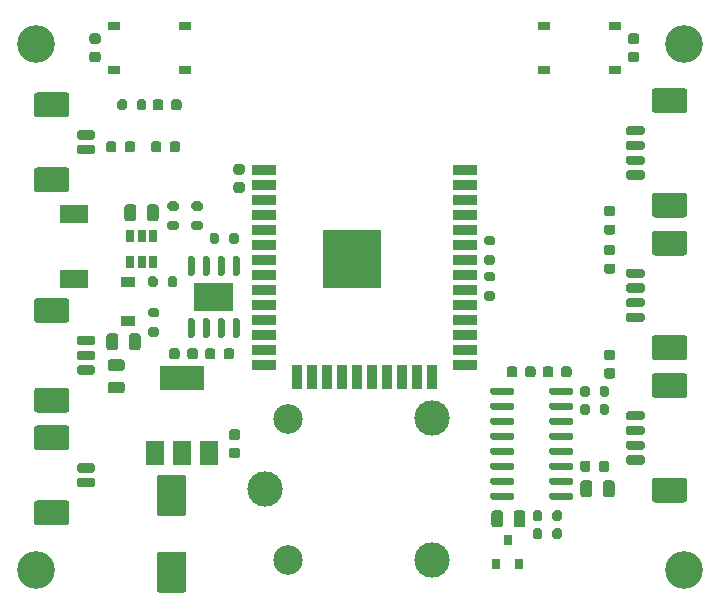
<source format=gbr>
%TF.GenerationSoftware,KiCad,Pcbnew,(5.1.12)-1*%
%TF.CreationDate,2022-08-12T23:07:16+09:00*%
%TF.ProjectId,STAC,53544143-2e6b-4696-9361-645f70636258,rev?*%
%TF.SameCoordinates,Original*%
%TF.FileFunction,Soldermask,Top*%
%TF.FilePolarity,Negative*%
%FSLAX46Y46*%
G04 Gerber Fmt 4.6, Leading zero omitted, Abs format (unit mm)*
G04 Created by KiCad (PCBNEW (5.1.12)-1) date 2022-08-12 23:07:16*
%MOMM*%
%LPD*%
G01*
G04 APERTURE LIST*
%ADD10C,0.100000*%
%ADD11R,1.200000X0.900000*%
%ADD12C,2.500000*%
%ADD13C,3.000000*%
%ADD14R,2.400000X1.500000*%
%ADD15R,1.000000X0.750000*%
%ADD16R,0.650000X1.060000*%
%ADD17R,3.800000X2.000000*%
%ADD18R,1.500000X2.000000*%
%ADD19R,5.000000X5.000000*%
%ADD20R,2.000000X0.900000*%
%ADD21R,0.900000X2.000000*%
%ADD22C,3.200000*%
%ADD23R,0.800000X0.900000*%
G04 APERTURE END LIST*
%TO.C,R11*%
G36*
G01*
X114660000Y-63291000D02*
X115210000Y-63291000D01*
G75*
G02*
X115410000Y-63491000I0J-200000D01*
G01*
X115410000Y-63891000D01*
G75*
G02*
X115210000Y-64091000I-200000J0D01*
G01*
X114660000Y-64091000D01*
G75*
G02*
X114460000Y-63891000I0J200000D01*
G01*
X114460000Y-63491000D01*
G75*
G02*
X114660000Y-63291000I200000J0D01*
G01*
G37*
G36*
G01*
X114660000Y-64941000D02*
X115210000Y-64941000D01*
G75*
G02*
X115410000Y-65141000I0J-200000D01*
G01*
X115410000Y-65541000D01*
G75*
G02*
X115210000Y-65741000I-200000J0D01*
G01*
X114660000Y-65741000D01*
G75*
G02*
X114460000Y-65541000I0J200000D01*
G01*
X114460000Y-65141000D01*
G75*
G02*
X114660000Y-64941000I200000J0D01*
G01*
G37*
%TD*%
%TO.C,R12*%
G36*
G01*
X114660000Y-67989000D02*
X115210000Y-67989000D01*
G75*
G02*
X115410000Y-68189000I0J-200000D01*
G01*
X115410000Y-68589000D01*
G75*
G02*
X115210000Y-68789000I-200000J0D01*
G01*
X114660000Y-68789000D01*
G75*
G02*
X114460000Y-68589000I0J200000D01*
G01*
X114460000Y-68189000D01*
G75*
G02*
X114660000Y-67989000I200000J0D01*
G01*
G37*
G36*
G01*
X114660000Y-66339000D02*
X115210000Y-66339000D01*
G75*
G02*
X115410000Y-66539000I0J-200000D01*
G01*
X115410000Y-66939000D01*
G75*
G02*
X115210000Y-67139000I-200000J0D01*
G01*
X114660000Y-67139000D01*
G75*
G02*
X114460000Y-66939000I0J200000D01*
G01*
X114460000Y-66539000D01*
G75*
G02*
X114660000Y-66339000I200000J0D01*
G01*
G37*
%TD*%
%TO.C,U5*%
G36*
G01*
X116991000Y-85194000D02*
X116991000Y-85494000D01*
G75*
G02*
X116841000Y-85644000I-150000J0D01*
G01*
X115141000Y-85644000D01*
G75*
G02*
X114991000Y-85494000I0J150000D01*
G01*
X114991000Y-85194000D01*
G75*
G02*
X115141000Y-85044000I150000J0D01*
G01*
X116841000Y-85044000D01*
G75*
G02*
X116991000Y-85194000I0J-150000D01*
G01*
G37*
G36*
G01*
X116991000Y-83924000D02*
X116991000Y-84224000D01*
G75*
G02*
X116841000Y-84374000I-150000J0D01*
G01*
X115141000Y-84374000D01*
G75*
G02*
X114991000Y-84224000I0J150000D01*
G01*
X114991000Y-83924000D01*
G75*
G02*
X115141000Y-83774000I150000J0D01*
G01*
X116841000Y-83774000D01*
G75*
G02*
X116991000Y-83924000I0J-150000D01*
G01*
G37*
G36*
G01*
X116991000Y-82654000D02*
X116991000Y-82954000D01*
G75*
G02*
X116841000Y-83104000I-150000J0D01*
G01*
X115141000Y-83104000D01*
G75*
G02*
X114991000Y-82954000I0J150000D01*
G01*
X114991000Y-82654000D01*
G75*
G02*
X115141000Y-82504000I150000J0D01*
G01*
X116841000Y-82504000D01*
G75*
G02*
X116991000Y-82654000I0J-150000D01*
G01*
G37*
G36*
G01*
X116991000Y-81384000D02*
X116991000Y-81684000D01*
G75*
G02*
X116841000Y-81834000I-150000J0D01*
G01*
X115141000Y-81834000D01*
G75*
G02*
X114991000Y-81684000I0J150000D01*
G01*
X114991000Y-81384000D01*
G75*
G02*
X115141000Y-81234000I150000J0D01*
G01*
X116841000Y-81234000D01*
G75*
G02*
X116991000Y-81384000I0J-150000D01*
G01*
G37*
G36*
G01*
X116991000Y-80114000D02*
X116991000Y-80414000D01*
G75*
G02*
X116841000Y-80564000I-150000J0D01*
G01*
X115141000Y-80564000D01*
G75*
G02*
X114991000Y-80414000I0J150000D01*
G01*
X114991000Y-80114000D01*
G75*
G02*
X115141000Y-79964000I150000J0D01*
G01*
X116841000Y-79964000D01*
G75*
G02*
X116991000Y-80114000I0J-150000D01*
G01*
G37*
G36*
G01*
X116991000Y-78844000D02*
X116991000Y-79144000D01*
G75*
G02*
X116841000Y-79294000I-150000J0D01*
G01*
X115141000Y-79294000D01*
G75*
G02*
X114991000Y-79144000I0J150000D01*
G01*
X114991000Y-78844000D01*
G75*
G02*
X115141000Y-78694000I150000J0D01*
G01*
X116841000Y-78694000D01*
G75*
G02*
X116991000Y-78844000I0J-150000D01*
G01*
G37*
G36*
G01*
X116991000Y-77574000D02*
X116991000Y-77874000D01*
G75*
G02*
X116841000Y-78024000I-150000J0D01*
G01*
X115141000Y-78024000D01*
G75*
G02*
X114991000Y-77874000I0J150000D01*
G01*
X114991000Y-77574000D01*
G75*
G02*
X115141000Y-77424000I150000J0D01*
G01*
X116841000Y-77424000D01*
G75*
G02*
X116991000Y-77574000I0J-150000D01*
G01*
G37*
G36*
G01*
X116991000Y-76304000D02*
X116991000Y-76604000D01*
G75*
G02*
X116841000Y-76754000I-150000J0D01*
G01*
X115141000Y-76754000D01*
G75*
G02*
X114991000Y-76604000I0J150000D01*
G01*
X114991000Y-76304000D01*
G75*
G02*
X115141000Y-76154000I150000J0D01*
G01*
X116841000Y-76154000D01*
G75*
G02*
X116991000Y-76304000I0J-150000D01*
G01*
G37*
G36*
G01*
X121991000Y-76304000D02*
X121991000Y-76604000D01*
G75*
G02*
X121841000Y-76754000I-150000J0D01*
G01*
X120141000Y-76754000D01*
G75*
G02*
X119991000Y-76604000I0J150000D01*
G01*
X119991000Y-76304000D01*
G75*
G02*
X120141000Y-76154000I150000J0D01*
G01*
X121841000Y-76154000D01*
G75*
G02*
X121991000Y-76304000I0J-150000D01*
G01*
G37*
G36*
G01*
X121991000Y-77574000D02*
X121991000Y-77874000D01*
G75*
G02*
X121841000Y-78024000I-150000J0D01*
G01*
X120141000Y-78024000D01*
G75*
G02*
X119991000Y-77874000I0J150000D01*
G01*
X119991000Y-77574000D01*
G75*
G02*
X120141000Y-77424000I150000J0D01*
G01*
X121841000Y-77424000D01*
G75*
G02*
X121991000Y-77574000I0J-150000D01*
G01*
G37*
G36*
G01*
X121991000Y-78844000D02*
X121991000Y-79144000D01*
G75*
G02*
X121841000Y-79294000I-150000J0D01*
G01*
X120141000Y-79294000D01*
G75*
G02*
X119991000Y-79144000I0J150000D01*
G01*
X119991000Y-78844000D01*
G75*
G02*
X120141000Y-78694000I150000J0D01*
G01*
X121841000Y-78694000D01*
G75*
G02*
X121991000Y-78844000I0J-150000D01*
G01*
G37*
G36*
G01*
X121991000Y-80114000D02*
X121991000Y-80414000D01*
G75*
G02*
X121841000Y-80564000I-150000J0D01*
G01*
X120141000Y-80564000D01*
G75*
G02*
X119991000Y-80414000I0J150000D01*
G01*
X119991000Y-80114000D01*
G75*
G02*
X120141000Y-79964000I150000J0D01*
G01*
X121841000Y-79964000D01*
G75*
G02*
X121991000Y-80114000I0J-150000D01*
G01*
G37*
G36*
G01*
X121991000Y-81384000D02*
X121991000Y-81684000D01*
G75*
G02*
X121841000Y-81834000I-150000J0D01*
G01*
X120141000Y-81834000D01*
G75*
G02*
X119991000Y-81684000I0J150000D01*
G01*
X119991000Y-81384000D01*
G75*
G02*
X120141000Y-81234000I150000J0D01*
G01*
X121841000Y-81234000D01*
G75*
G02*
X121991000Y-81384000I0J-150000D01*
G01*
G37*
G36*
G01*
X121991000Y-82654000D02*
X121991000Y-82954000D01*
G75*
G02*
X121841000Y-83104000I-150000J0D01*
G01*
X120141000Y-83104000D01*
G75*
G02*
X119991000Y-82954000I0J150000D01*
G01*
X119991000Y-82654000D01*
G75*
G02*
X120141000Y-82504000I150000J0D01*
G01*
X121841000Y-82504000D01*
G75*
G02*
X121991000Y-82654000I0J-150000D01*
G01*
G37*
G36*
G01*
X121991000Y-83924000D02*
X121991000Y-84224000D01*
G75*
G02*
X121841000Y-84374000I-150000J0D01*
G01*
X120141000Y-84374000D01*
G75*
G02*
X119991000Y-84224000I0J150000D01*
G01*
X119991000Y-83924000D01*
G75*
G02*
X120141000Y-83774000I150000J0D01*
G01*
X121841000Y-83774000D01*
G75*
G02*
X121991000Y-83924000I0J-150000D01*
G01*
G37*
G36*
G01*
X121991000Y-85194000D02*
X121991000Y-85494000D01*
G75*
G02*
X121841000Y-85644000I-150000J0D01*
G01*
X120141000Y-85644000D01*
G75*
G02*
X119991000Y-85494000I0J150000D01*
G01*
X119991000Y-85194000D01*
G75*
G02*
X120141000Y-85044000I150000J0D01*
G01*
X121841000Y-85044000D01*
G75*
G02*
X121991000Y-85194000I0J-150000D01*
G01*
G37*
%TD*%
%TO.C,U1*%
G36*
G01*
X93322000Y-70253000D02*
X93622000Y-70253000D01*
G75*
G02*
X93772000Y-70403000I0J-150000D01*
G01*
X93772000Y-71753000D01*
G75*
G02*
X93622000Y-71903000I-150000J0D01*
G01*
X93322000Y-71903000D01*
G75*
G02*
X93172000Y-71753000I0J150000D01*
G01*
X93172000Y-70403000D01*
G75*
G02*
X93322000Y-70253000I150000J0D01*
G01*
G37*
G36*
G01*
X92052000Y-70253000D02*
X92352000Y-70253000D01*
G75*
G02*
X92502000Y-70403000I0J-150000D01*
G01*
X92502000Y-71753000D01*
G75*
G02*
X92352000Y-71903000I-150000J0D01*
G01*
X92052000Y-71903000D01*
G75*
G02*
X91902000Y-71753000I0J150000D01*
G01*
X91902000Y-70403000D01*
G75*
G02*
X92052000Y-70253000I150000J0D01*
G01*
G37*
G36*
G01*
X90782000Y-70253000D02*
X91082000Y-70253000D01*
G75*
G02*
X91232000Y-70403000I0J-150000D01*
G01*
X91232000Y-71753000D01*
G75*
G02*
X91082000Y-71903000I-150000J0D01*
G01*
X90782000Y-71903000D01*
G75*
G02*
X90632000Y-71753000I0J150000D01*
G01*
X90632000Y-70403000D01*
G75*
G02*
X90782000Y-70253000I150000J0D01*
G01*
G37*
G36*
G01*
X89512000Y-70253000D02*
X89812000Y-70253000D01*
G75*
G02*
X89962000Y-70403000I0J-150000D01*
G01*
X89962000Y-71753000D01*
G75*
G02*
X89812000Y-71903000I-150000J0D01*
G01*
X89512000Y-71903000D01*
G75*
G02*
X89362000Y-71753000I0J150000D01*
G01*
X89362000Y-70403000D01*
G75*
G02*
X89512000Y-70253000I150000J0D01*
G01*
G37*
G36*
G01*
X89512000Y-65003000D02*
X89812000Y-65003000D01*
G75*
G02*
X89962000Y-65153000I0J-150000D01*
G01*
X89962000Y-66503000D01*
G75*
G02*
X89812000Y-66653000I-150000J0D01*
G01*
X89512000Y-66653000D01*
G75*
G02*
X89362000Y-66503000I0J150000D01*
G01*
X89362000Y-65153000D01*
G75*
G02*
X89512000Y-65003000I150000J0D01*
G01*
G37*
G36*
G01*
X90782000Y-65003000D02*
X91082000Y-65003000D01*
G75*
G02*
X91232000Y-65153000I0J-150000D01*
G01*
X91232000Y-66503000D01*
G75*
G02*
X91082000Y-66653000I-150000J0D01*
G01*
X90782000Y-66653000D01*
G75*
G02*
X90632000Y-66503000I0J150000D01*
G01*
X90632000Y-65153000D01*
G75*
G02*
X90782000Y-65003000I150000J0D01*
G01*
G37*
G36*
G01*
X92052000Y-65003000D02*
X92352000Y-65003000D01*
G75*
G02*
X92502000Y-65153000I0J-150000D01*
G01*
X92502000Y-66503000D01*
G75*
G02*
X92352000Y-66653000I-150000J0D01*
G01*
X92052000Y-66653000D01*
G75*
G02*
X91902000Y-66503000I0J150000D01*
G01*
X91902000Y-65153000D01*
G75*
G02*
X92052000Y-65003000I150000J0D01*
G01*
G37*
G36*
G01*
X93322000Y-65003000D02*
X93622000Y-65003000D01*
G75*
G02*
X93772000Y-65153000I0J-150000D01*
G01*
X93772000Y-66503000D01*
G75*
G02*
X93622000Y-66653000I-150000J0D01*
G01*
X93322000Y-66653000D01*
G75*
G02*
X93172000Y-66503000I0J150000D01*
G01*
X93172000Y-65153000D01*
G75*
G02*
X93322000Y-65003000I150000J0D01*
G01*
G37*
D10*
G36*
X89917000Y-67253000D02*
G01*
X93217000Y-67253000D01*
X93217000Y-69653000D01*
X89917000Y-69653000D01*
X89917000Y-67253000D01*
G37*
%TD*%
%TO.C,C1*%
G36*
G01*
X84021000Y-61816000D02*
X84021000Y-60866000D01*
G75*
G02*
X84271000Y-60616000I250000J0D01*
G01*
X84771000Y-60616000D01*
G75*
G02*
X85021000Y-60866000I0J-250000D01*
G01*
X85021000Y-61816000D01*
G75*
G02*
X84771000Y-62066000I-250000J0D01*
G01*
X84271000Y-62066000D01*
G75*
G02*
X84021000Y-61816000I0J250000D01*
G01*
G37*
G36*
G01*
X85921000Y-61816000D02*
X85921000Y-60866000D01*
G75*
G02*
X86171000Y-60616000I250000J0D01*
G01*
X86671000Y-60616000D01*
G75*
G02*
X86921000Y-60866000I0J-250000D01*
G01*
X86921000Y-61816000D01*
G75*
G02*
X86671000Y-62066000I-250000J0D01*
G01*
X86171000Y-62066000D01*
G75*
G02*
X85921000Y-61816000I0J250000D01*
G01*
G37*
%TD*%
%TO.C,C2*%
G36*
G01*
X87011000Y-83519000D02*
X89011000Y-83519000D01*
G75*
G02*
X89261000Y-83769000I0J-250000D01*
G01*
X89261000Y-86769000D01*
G75*
G02*
X89011000Y-87019000I-250000J0D01*
G01*
X87011000Y-87019000D01*
G75*
G02*
X86761000Y-86769000I0J250000D01*
G01*
X86761000Y-83769000D01*
G75*
G02*
X87011000Y-83519000I250000J0D01*
G01*
G37*
G36*
G01*
X87011000Y-90019000D02*
X89011000Y-90019000D01*
G75*
G02*
X89261000Y-90269000I0J-250000D01*
G01*
X89261000Y-93269000D01*
G75*
G02*
X89011000Y-93519000I-250000J0D01*
G01*
X87011000Y-93519000D01*
G75*
G02*
X86761000Y-93269000I0J250000D01*
G01*
X86761000Y-90269000D01*
G75*
G02*
X87011000Y-90019000I250000J0D01*
G01*
G37*
%TD*%
%TO.C,C3*%
G36*
G01*
X83497000Y-71788000D02*
X83497000Y-72738000D01*
G75*
G02*
X83247000Y-72988000I-250000J0D01*
G01*
X82747000Y-72988000D01*
G75*
G02*
X82497000Y-72738000I0J250000D01*
G01*
X82497000Y-71788000D01*
G75*
G02*
X82747000Y-71538000I250000J0D01*
G01*
X83247000Y-71538000D01*
G75*
G02*
X83497000Y-71788000I0J-250000D01*
G01*
G37*
G36*
G01*
X85397000Y-71788000D02*
X85397000Y-72738000D01*
G75*
G02*
X85147000Y-72988000I-250000J0D01*
G01*
X84647000Y-72988000D01*
G75*
G02*
X84397000Y-72738000I0J250000D01*
G01*
X84397000Y-71788000D01*
G75*
G02*
X84647000Y-71538000I250000J0D01*
G01*
X85147000Y-71538000D01*
G75*
G02*
X85397000Y-71788000I0J-250000D01*
G01*
G37*
%TD*%
%TO.C,C4*%
G36*
G01*
X125345000Y-75380000D02*
X124845000Y-75380000D01*
G75*
G02*
X124620000Y-75155000I0J225000D01*
G01*
X124620000Y-74705000D01*
G75*
G02*
X124845000Y-74480000I225000J0D01*
G01*
X125345000Y-74480000D01*
G75*
G02*
X125570000Y-74705000I0J-225000D01*
G01*
X125570000Y-75155000D01*
G75*
G02*
X125345000Y-75380000I-225000J0D01*
G01*
G37*
G36*
G01*
X125345000Y-73830000D02*
X124845000Y-73830000D01*
G75*
G02*
X124620000Y-73605000I0J225000D01*
G01*
X124620000Y-73155000D01*
G75*
G02*
X124845000Y-72930000I225000J0D01*
G01*
X125345000Y-72930000D01*
G75*
G02*
X125570000Y-73155000I0J-225000D01*
G01*
X125570000Y-73605000D01*
G75*
G02*
X125345000Y-73830000I-225000J0D01*
G01*
G37*
%TD*%
%TO.C,C5*%
G36*
G01*
X93595000Y-82124000D02*
X93095000Y-82124000D01*
G75*
G02*
X92870000Y-81899000I0J225000D01*
G01*
X92870000Y-81449000D01*
G75*
G02*
X93095000Y-81224000I225000J0D01*
G01*
X93595000Y-81224000D01*
G75*
G02*
X93820000Y-81449000I0J-225000D01*
G01*
X93820000Y-81899000D01*
G75*
G02*
X93595000Y-82124000I-225000J0D01*
G01*
G37*
G36*
G01*
X93595000Y-80574000D02*
X93095000Y-80574000D01*
G75*
G02*
X92870000Y-80349000I0J225000D01*
G01*
X92870000Y-79899000D01*
G75*
G02*
X93095000Y-79674000I225000J0D01*
G01*
X93595000Y-79674000D01*
G75*
G02*
X93820000Y-79899000I0J-225000D01*
G01*
X93820000Y-80349000D01*
G75*
G02*
X93595000Y-80574000I-225000J0D01*
G01*
G37*
%TD*%
%TO.C,C6*%
G36*
G01*
X123629000Y-84234000D02*
X123629000Y-85184000D01*
G75*
G02*
X123379000Y-85434000I-250000J0D01*
G01*
X122879000Y-85434000D01*
G75*
G02*
X122629000Y-85184000I0J250000D01*
G01*
X122629000Y-84234000D01*
G75*
G02*
X122879000Y-83984000I250000J0D01*
G01*
X123379000Y-83984000D01*
G75*
G02*
X123629000Y-84234000I0J-250000D01*
G01*
G37*
G36*
G01*
X125529000Y-84234000D02*
X125529000Y-85184000D01*
G75*
G02*
X125279000Y-85434000I-250000J0D01*
G01*
X124779000Y-85434000D01*
G75*
G02*
X124529000Y-85184000I0J250000D01*
G01*
X124529000Y-84234000D01*
G75*
G02*
X124779000Y-83984000I250000J0D01*
G01*
X125279000Y-83984000D01*
G75*
G02*
X125529000Y-84234000I0J-250000D01*
G01*
G37*
%TD*%
%TO.C,C7*%
G36*
G01*
X86405000Y-52447000D02*
X86405000Y-51947000D01*
G75*
G02*
X86630000Y-51722000I225000J0D01*
G01*
X87080000Y-51722000D01*
G75*
G02*
X87305000Y-51947000I0J-225000D01*
G01*
X87305000Y-52447000D01*
G75*
G02*
X87080000Y-52672000I-225000J0D01*
G01*
X86630000Y-52672000D01*
G75*
G02*
X86405000Y-52447000I0J225000D01*
G01*
G37*
G36*
G01*
X87955000Y-52447000D02*
X87955000Y-51947000D01*
G75*
G02*
X88180000Y-51722000I225000J0D01*
G01*
X88630000Y-51722000D01*
G75*
G02*
X88855000Y-51947000I0J-225000D01*
G01*
X88855000Y-52447000D01*
G75*
G02*
X88630000Y-52672000I-225000J0D01*
G01*
X88180000Y-52672000D01*
G75*
G02*
X87955000Y-52447000I0J225000D01*
G01*
G37*
%TD*%
%TO.C,C8*%
G36*
G01*
X88689000Y-73029000D02*
X88689000Y-73529000D01*
G75*
G02*
X88464000Y-73754000I-225000J0D01*
G01*
X88014000Y-73754000D01*
G75*
G02*
X87789000Y-73529000I0J225000D01*
G01*
X87789000Y-73029000D01*
G75*
G02*
X88014000Y-72804000I225000J0D01*
G01*
X88464000Y-72804000D01*
G75*
G02*
X88689000Y-73029000I0J-225000D01*
G01*
G37*
G36*
G01*
X90239000Y-73029000D02*
X90239000Y-73529000D01*
G75*
G02*
X90014000Y-73754000I-225000J0D01*
G01*
X89564000Y-73754000D01*
G75*
G02*
X89339000Y-73529000I0J225000D01*
G01*
X89339000Y-73029000D01*
G75*
G02*
X89564000Y-72804000I225000J0D01*
G01*
X90014000Y-72804000D01*
G75*
G02*
X90239000Y-73029000I0J-225000D01*
G01*
G37*
%TD*%
%TO.C,C9*%
G36*
G01*
X116377000Y-75053000D02*
X116377000Y-74553000D01*
G75*
G02*
X116602000Y-74328000I225000J0D01*
G01*
X117052000Y-74328000D01*
G75*
G02*
X117277000Y-74553000I0J-225000D01*
G01*
X117277000Y-75053000D01*
G75*
G02*
X117052000Y-75278000I-225000J0D01*
G01*
X116602000Y-75278000D01*
G75*
G02*
X116377000Y-75053000I0J225000D01*
G01*
G37*
G36*
G01*
X117927000Y-75053000D02*
X117927000Y-74553000D01*
G75*
G02*
X118152000Y-74328000I225000J0D01*
G01*
X118602000Y-74328000D01*
G75*
G02*
X118827000Y-74553000I0J-225000D01*
G01*
X118827000Y-75053000D01*
G75*
G02*
X118602000Y-75278000I-225000J0D01*
G01*
X118152000Y-75278000D01*
G75*
G02*
X117927000Y-75053000I0J225000D01*
G01*
G37*
%TD*%
%TO.C,C10*%
G36*
G01*
X120975000Y-75053000D02*
X120975000Y-74553000D01*
G75*
G02*
X121200000Y-74328000I225000J0D01*
G01*
X121650000Y-74328000D01*
G75*
G02*
X121875000Y-74553000I0J-225000D01*
G01*
X121875000Y-75053000D01*
G75*
G02*
X121650000Y-75278000I-225000J0D01*
G01*
X121200000Y-75278000D01*
G75*
G02*
X120975000Y-75053000I0J225000D01*
G01*
G37*
G36*
G01*
X119425000Y-75053000D02*
X119425000Y-74553000D01*
G75*
G02*
X119650000Y-74328000I225000J0D01*
G01*
X120100000Y-74328000D01*
G75*
G02*
X120325000Y-74553000I0J-225000D01*
G01*
X120325000Y-75053000D01*
G75*
G02*
X120100000Y-75278000I-225000J0D01*
G01*
X119650000Y-75278000D01*
G75*
G02*
X119425000Y-75053000I0J225000D01*
G01*
G37*
%TD*%
%TO.C,C11*%
G36*
G01*
X93476000Y-58745000D02*
X93976000Y-58745000D01*
G75*
G02*
X94201000Y-58970000I0J-225000D01*
G01*
X94201000Y-59420000D01*
G75*
G02*
X93976000Y-59645000I-225000J0D01*
G01*
X93476000Y-59645000D01*
G75*
G02*
X93251000Y-59420000I0J225000D01*
G01*
X93251000Y-58970000D01*
G75*
G02*
X93476000Y-58745000I225000J0D01*
G01*
G37*
G36*
G01*
X93476000Y-57195000D02*
X93976000Y-57195000D01*
G75*
G02*
X94201000Y-57420000I0J-225000D01*
G01*
X94201000Y-57870000D01*
G75*
G02*
X93976000Y-58095000I-225000J0D01*
G01*
X93476000Y-58095000D01*
G75*
G02*
X93251000Y-57870000I0J225000D01*
G01*
X93251000Y-57420000D01*
G75*
G02*
X93476000Y-57195000I225000J0D01*
G01*
G37*
%TD*%
%TO.C,C12*%
G36*
G01*
X115070000Y-87724000D02*
X115070000Y-86774000D01*
G75*
G02*
X115320000Y-86524000I250000J0D01*
G01*
X115820000Y-86524000D01*
G75*
G02*
X116070000Y-86774000I0J-250000D01*
G01*
X116070000Y-87724000D01*
G75*
G02*
X115820000Y-87974000I-250000J0D01*
G01*
X115320000Y-87974000D01*
G75*
G02*
X115070000Y-87724000I0J250000D01*
G01*
G37*
G36*
G01*
X116970000Y-87724000D02*
X116970000Y-86774000D01*
G75*
G02*
X117220000Y-86524000I250000J0D01*
G01*
X117720000Y-86524000D01*
G75*
G02*
X117970000Y-86774000I0J-250000D01*
G01*
X117970000Y-87724000D01*
G75*
G02*
X117720000Y-87974000I-250000J0D01*
G01*
X117220000Y-87974000D01*
G75*
G02*
X116970000Y-87724000I0J250000D01*
G01*
G37*
%TD*%
D11*
%TO.C,D1*%
X84328000Y-70484000D03*
X84328000Y-67184000D03*
%TD*%
%TO.C,D2*%
G36*
G01*
X87153000Y-55496750D02*
X87153000Y-56009250D01*
G75*
G02*
X86934250Y-56228000I-218750J0D01*
G01*
X86496750Y-56228000D01*
G75*
G02*
X86278000Y-56009250I0J218750D01*
G01*
X86278000Y-55496750D01*
G75*
G02*
X86496750Y-55278000I218750J0D01*
G01*
X86934250Y-55278000D01*
G75*
G02*
X87153000Y-55496750I0J-218750D01*
G01*
G37*
G36*
G01*
X88728000Y-55496750D02*
X88728000Y-56009250D01*
G75*
G02*
X88509250Y-56228000I-218750J0D01*
G01*
X88071750Y-56228000D01*
G75*
G02*
X87853000Y-56009250I0J218750D01*
G01*
X87853000Y-55496750D01*
G75*
G02*
X88071750Y-55278000I218750J0D01*
G01*
X88509250Y-55278000D01*
G75*
G02*
X88728000Y-55496750I0J-218750D01*
G01*
G37*
%TD*%
%TO.C,D3*%
G36*
G01*
X83343000Y-55496750D02*
X83343000Y-56009250D01*
G75*
G02*
X83124250Y-56228000I-218750J0D01*
G01*
X82686750Y-56228000D01*
G75*
G02*
X82468000Y-56009250I0J218750D01*
G01*
X82468000Y-55496750D01*
G75*
G02*
X82686750Y-55278000I218750J0D01*
G01*
X83124250Y-55278000D01*
G75*
G02*
X83343000Y-55496750I0J-218750D01*
G01*
G37*
G36*
G01*
X84918000Y-55496750D02*
X84918000Y-56009250D01*
G75*
G02*
X84699250Y-56228000I-218750J0D01*
G01*
X84261750Y-56228000D01*
G75*
G02*
X84043000Y-56009250I0J218750D01*
G01*
X84043000Y-55496750D01*
G75*
G02*
X84261750Y-55278000I218750J0D01*
G01*
X84699250Y-55278000D01*
G75*
G02*
X84918000Y-55496750I0J-218750D01*
G01*
G37*
%TD*%
%TO.C,D4*%
G36*
G01*
X93300000Y-73022750D02*
X93300000Y-73535250D01*
G75*
G02*
X93081250Y-73754000I-218750J0D01*
G01*
X92643750Y-73754000D01*
G75*
G02*
X92425000Y-73535250I0J218750D01*
G01*
X92425000Y-73022750D01*
G75*
G02*
X92643750Y-72804000I218750J0D01*
G01*
X93081250Y-72804000D01*
G75*
G02*
X93300000Y-73022750I0J-218750D01*
G01*
G37*
G36*
G01*
X91725000Y-73022750D02*
X91725000Y-73535250D01*
G75*
G02*
X91506250Y-73754000I-218750J0D01*
G01*
X91068750Y-73754000D01*
G75*
G02*
X90850000Y-73535250I0J218750D01*
G01*
X90850000Y-73022750D01*
G75*
G02*
X91068750Y-72804000I218750J0D01*
G01*
X91506250Y-72804000D01*
G75*
G02*
X91725000Y-73022750I0J-218750D01*
G01*
G37*
%TD*%
%TO.C,J1*%
G36*
G01*
X76608999Y-57497000D02*
X79109001Y-57497000D01*
G75*
G02*
X79359000Y-57746999I0J-249999D01*
G01*
X79359000Y-59347001D01*
G75*
G02*
X79109001Y-59597000I-249999J0D01*
G01*
X76608999Y-59597000D01*
G75*
G02*
X76359000Y-59347001I0J249999D01*
G01*
X76359000Y-57746999D01*
G75*
G02*
X76608999Y-57497000I249999J0D01*
G01*
G37*
G36*
G01*
X76608999Y-51147000D02*
X79109001Y-51147000D01*
G75*
G02*
X79359000Y-51396999I0J-249999D01*
G01*
X79359000Y-52997001D01*
G75*
G02*
X79109001Y-53247000I-249999J0D01*
G01*
X76608999Y-53247000D01*
G75*
G02*
X76359000Y-52997001I0J249999D01*
G01*
X76359000Y-51396999D01*
G75*
G02*
X76608999Y-51147000I249999J0D01*
G01*
G37*
G36*
G01*
X80159000Y-55597000D02*
X81359000Y-55597000D01*
G75*
G02*
X81559000Y-55797000I0J-200000D01*
G01*
X81559000Y-56197000D01*
G75*
G02*
X81359000Y-56397000I-200000J0D01*
G01*
X80159000Y-56397000D01*
G75*
G02*
X79959000Y-56197000I0J200000D01*
G01*
X79959000Y-55797000D01*
G75*
G02*
X80159000Y-55597000I200000J0D01*
G01*
G37*
G36*
G01*
X80159000Y-54347000D02*
X81359000Y-54347000D01*
G75*
G02*
X81559000Y-54547000I0J-200000D01*
G01*
X81559000Y-54947000D01*
G75*
G02*
X81359000Y-55147000I-200000J0D01*
G01*
X80159000Y-55147000D01*
G75*
G02*
X79959000Y-54947000I0J200000D01*
G01*
X79959000Y-54547000D01*
G75*
G02*
X80159000Y-54347000I200000J0D01*
G01*
G37*
%TD*%
%TO.C,J2*%
G36*
G01*
X80159000Y-82541000D02*
X81359000Y-82541000D01*
G75*
G02*
X81559000Y-82741000I0J-200000D01*
G01*
X81559000Y-83141000D01*
G75*
G02*
X81359000Y-83341000I-200000J0D01*
G01*
X80159000Y-83341000D01*
G75*
G02*
X79959000Y-83141000I0J200000D01*
G01*
X79959000Y-82741000D01*
G75*
G02*
X80159000Y-82541000I200000J0D01*
G01*
G37*
G36*
G01*
X80159000Y-83791000D02*
X81359000Y-83791000D01*
G75*
G02*
X81559000Y-83991000I0J-200000D01*
G01*
X81559000Y-84391000D01*
G75*
G02*
X81359000Y-84591000I-200000J0D01*
G01*
X80159000Y-84591000D01*
G75*
G02*
X79959000Y-84391000I0J200000D01*
G01*
X79959000Y-83991000D01*
G75*
G02*
X80159000Y-83791000I200000J0D01*
G01*
G37*
G36*
G01*
X76608999Y-79341000D02*
X79109001Y-79341000D01*
G75*
G02*
X79359000Y-79590999I0J-249999D01*
G01*
X79359000Y-81191001D01*
G75*
G02*
X79109001Y-81441000I-249999J0D01*
G01*
X76608999Y-81441000D01*
G75*
G02*
X76359000Y-81191001I0J249999D01*
G01*
X76359000Y-79590999D01*
G75*
G02*
X76608999Y-79341000I249999J0D01*
G01*
G37*
G36*
G01*
X76608999Y-85691000D02*
X79109001Y-85691000D01*
G75*
G02*
X79359000Y-85940999I0J-249999D01*
G01*
X79359000Y-87541001D01*
G75*
G02*
X79109001Y-87791000I-249999J0D01*
G01*
X76608999Y-87791000D01*
G75*
G02*
X76359000Y-87541001I0J249999D01*
G01*
X76359000Y-85940999D01*
G75*
G02*
X76608999Y-85691000I249999J0D01*
G01*
G37*
%TD*%
%TO.C,J3*%
G36*
G01*
X131417001Y-77016000D02*
X128916999Y-77016000D01*
G75*
G02*
X128667000Y-76766001I0J249999D01*
G01*
X128667000Y-75165999D01*
G75*
G02*
X128916999Y-74916000I249999J0D01*
G01*
X131417001Y-74916000D01*
G75*
G02*
X131667000Y-75165999I0J-249999D01*
G01*
X131667000Y-76766001D01*
G75*
G02*
X131417001Y-77016000I-249999J0D01*
G01*
G37*
G36*
G01*
X131417001Y-85866000D02*
X128916999Y-85866000D01*
G75*
G02*
X128667000Y-85616001I0J249999D01*
G01*
X128667000Y-84015999D01*
G75*
G02*
X128916999Y-83766000I249999J0D01*
G01*
X131417001Y-83766000D01*
G75*
G02*
X131667000Y-84015999I0J-249999D01*
G01*
X131667000Y-85616001D01*
G75*
G02*
X131417001Y-85866000I-249999J0D01*
G01*
G37*
G36*
G01*
X127867000Y-78916000D02*
X126667000Y-78916000D01*
G75*
G02*
X126467000Y-78716000I0J200000D01*
G01*
X126467000Y-78316000D01*
G75*
G02*
X126667000Y-78116000I200000J0D01*
G01*
X127867000Y-78116000D01*
G75*
G02*
X128067000Y-78316000I0J-200000D01*
G01*
X128067000Y-78716000D01*
G75*
G02*
X127867000Y-78916000I-200000J0D01*
G01*
G37*
G36*
G01*
X127867000Y-80166000D02*
X126667000Y-80166000D01*
G75*
G02*
X126467000Y-79966000I0J200000D01*
G01*
X126467000Y-79566000D01*
G75*
G02*
X126667000Y-79366000I200000J0D01*
G01*
X127867000Y-79366000D01*
G75*
G02*
X128067000Y-79566000I0J-200000D01*
G01*
X128067000Y-79966000D01*
G75*
G02*
X127867000Y-80166000I-200000J0D01*
G01*
G37*
G36*
G01*
X127867000Y-81416000D02*
X126667000Y-81416000D01*
G75*
G02*
X126467000Y-81216000I0J200000D01*
G01*
X126467000Y-80816000D01*
G75*
G02*
X126667000Y-80616000I200000J0D01*
G01*
X127867000Y-80616000D01*
G75*
G02*
X128067000Y-80816000I0J-200000D01*
G01*
X128067000Y-81216000D01*
G75*
G02*
X127867000Y-81416000I-200000J0D01*
G01*
G37*
G36*
G01*
X127867000Y-82666000D02*
X126667000Y-82666000D01*
G75*
G02*
X126467000Y-82466000I0J200000D01*
G01*
X126467000Y-82066000D01*
G75*
G02*
X126667000Y-81866000I200000J0D01*
G01*
X127867000Y-81866000D01*
G75*
G02*
X128067000Y-82066000I0J-200000D01*
G01*
X128067000Y-82466000D01*
G75*
G02*
X127867000Y-82666000I-200000J0D01*
G01*
G37*
%TD*%
%TO.C,J4*%
G36*
G01*
X127867000Y-58536000D02*
X126667000Y-58536000D01*
G75*
G02*
X126467000Y-58336000I0J200000D01*
G01*
X126467000Y-57936000D01*
G75*
G02*
X126667000Y-57736000I200000J0D01*
G01*
X127867000Y-57736000D01*
G75*
G02*
X128067000Y-57936000I0J-200000D01*
G01*
X128067000Y-58336000D01*
G75*
G02*
X127867000Y-58536000I-200000J0D01*
G01*
G37*
G36*
G01*
X127867000Y-57286000D02*
X126667000Y-57286000D01*
G75*
G02*
X126467000Y-57086000I0J200000D01*
G01*
X126467000Y-56686000D01*
G75*
G02*
X126667000Y-56486000I200000J0D01*
G01*
X127867000Y-56486000D01*
G75*
G02*
X128067000Y-56686000I0J-200000D01*
G01*
X128067000Y-57086000D01*
G75*
G02*
X127867000Y-57286000I-200000J0D01*
G01*
G37*
G36*
G01*
X127867000Y-56036000D02*
X126667000Y-56036000D01*
G75*
G02*
X126467000Y-55836000I0J200000D01*
G01*
X126467000Y-55436000D01*
G75*
G02*
X126667000Y-55236000I200000J0D01*
G01*
X127867000Y-55236000D01*
G75*
G02*
X128067000Y-55436000I0J-200000D01*
G01*
X128067000Y-55836000D01*
G75*
G02*
X127867000Y-56036000I-200000J0D01*
G01*
G37*
G36*
G01*
X127867000Y-54786000D02*
X126667000Y-54786000D01*
G75*
G02*
X126467000Y-54586000I0J200000D01*
G01*
X126467000Y-54186000D01*
G75*
G02*
X126667000Y-53986000I200000J0D01*
G01*
X127867000Y-53986000D01*
G75*
G02*
X128067000Y-54186000I0J-200000D01*
G01*
X128067000Y-54586000D01*
G75*
G02*
X127867000Y-54786000I-200000J0D01*
G01*
G37*
G36*
G01*
X131417001Y-61736000D02*
X128916999Y-61736000D01*
G75*
G02*
X128667000Y-61486001I0J249999D01*
G01*
X128667000Y-59885999D01*
G75*
G02*
X128916999Y-59636000I249999J0D01*
G01*
X131417001Y-59636000D01*
G75*
G02*
X131667000Y-59885999I0J-249999D01*
G01*
X131667000Y-61486001D01*
G75*
G02*
X131417001Y-61736000I-249999J0D01*
G01*
G37*
G36*
G01*
X131417001Y-52886000D02*
X128916999Y-52886000D01*
G75*
G02*
X128667000Y-52636001I0J249999D01*
G01*
X128667000Y-51035999D01*
G75*
G02*
X128916999Y-50786000I249999J0D01*
G01*
X131417001Y-50786000D01*
G75*
G02*
X131667000Y-51035999I0J-249999D01*
G01*
X131667000Y-52636001D01*
G75*
G02*
X131417001Y-52886000I-249999J0D01*
G01*
G37*
%TD*%
%TO.C,J5*%
G36*
G01*
X127867000Y-70601000D02*
X126667000Y-70601000D01*
G75*
G02*
X126467000Y-70401000I0J200000D01*
G01*
X126467000Y-70001000D01*
G75*
G02*
X126667000Y-69801000I200000J0D01*
G01*
X127867000Y-69801000D01*
G75*
G02*
X128067000Y-70001000I0J-200000D01*
G01*
X128067000Y-70401000D01*
G75*
G02*
X127867000Y-70601000I-200000J0D01*
G01*
G37*
G36*
G01*
X127867000Y-69351000D02*
X126667000Y-69351000D01*
G75*
G02*
X126467000Y-69151000I0J200000D01*
G01*
X126467000Y-68751000D01*
G75*
G02*
X126667000Y-68551000I200000J0D01*
G01*
X127867000Y-68551000D01*
G75*
G02*
X128067000Y-68751000I0J-200000D01*
G01*
X128067000Y-69151000D01*
G75*
G02*
X127867000Y-69351000I-200000J0D01*
G01*
G37*
G36*
G01*
X127867000Y-68101000D02*
X126667000Y-68101000D01*
G75*
G02*
X126467000Y-67901000I0J200000D01*
G01*
X126467000Y-67501000D01*
G75*
G02*
X126667000Y-67301000I200000J0D01*
G01*
X127867000Y-67301000D01*
G75*
G02*
X128067000Y-67501000I0J-200000D01*
G01*
X128067000Y-67901000D01*
G75*
G02*
X127867000Y-68101000I-200000J0D01*
G01*
G37*
G36*
G01*
X127867000Y-66851000D02*
X126667000Y-66851000D01*
G75*
G02*
X126467000Y-66651000I0J200000D01*
G01*
X126467000Y-66251000D01*
G75*
G02*
X126667000Y-66051000I200000J0D01*
G01*
X127867000Y-66051000D01*
G75*
G02*
X128067000Y-66251000I0J-200000D01*
G01*
X128067000Y-66651000D01*
G75*
G02*
X127867000Y-66851000I-200000J0D01*
G01*
G37*
G36*
G01*
X131417001Y-73801000D02*
X128916999Y-73801000D01*
G75*
G02*
X128667000Y-73551001I0J249999D01*
G01*
X128667000Y-71950999D01*
G75*
G02*
X128916999Y-71701000I249999J0D01*
G01*
X131417001Y-71701000D01*
G75*
G02*
X131667000Y-71950999I0J-249999D01*
G01*
X131667000Y-73551001D01*
G75*
G02*
X131417001Y-73801000I-249999J0D01*
G01*
G37*
G36*
G01*
X131417001Y-64951000D02*
X128916999Y-64951000D01*
G75*
G02*
X128667000Y-64701001I0J249999D01*
G01*
X128667000Y-63100999D01*
G75*
G02*
X128916999Y-62851000I249999J0D01*
G01*
X131417001Y-62851000D01*
G75*
G02*
X131667000Y-63100999I0J-249999D01*
G01*
X131667000Y-64701001D01*
G75*
G02*
X131417001Y-64951000I-249999J0D01*
G01*
G37*
%TD*%
D12*
%TO.C,K1*%
X97835000Y-90759000D03*
D13*
X110035000Y-90759000D03*
X110085000Y-78709000D03*
D12*
X97835000Y-78759000D03*
D13*
X95885000Y-84709000D03*
%TD*%
D14*
%TO.C,L1*%
X79756000Y-61429000D03*
X79756000Y-66929000D03*
%TD*%
%TO.C,L2*%
G36*
G01*
X125050000Y-82547750D02*
X125050000Y-83060250D01*
G75*
G02*
X124831250Y-83279000I-218750J0D01*
G01*
X124393750Y-83279000D01*
G75*
G02*
X124175000Y-83060250I0J218750D01*
G01*
X124175000Y-82547750D01*
G75*
G02*
X124393750Y-82329000I218750J0D01*
G01*
X124831250Y-82329000D01*
G75*
G02*
X125050000Y-82547750I0J-218750D01*
G01*
G37*
G36*
G01*
X123475000Y-82547750D02*
X123475000Y-83060250D01*
G75*
G02*
X123256250Y-83279000I-218750J0D01*
G01*
X122818750Y-83279000D01*
G75*
G02*
X122600000Y-83060250I0J218750D01*
G01*
X122600000Y-82547750D01*
G75*
G02*
X122818750Y-82329000I218750J0D01*
G01*
X123256250Y-82329000D01*
G75*
G02*
X123475000Y-82547750I0J-218750D01*
G01*
G37*
%TD*%
%TO.C,R1*%
G36*
G01*
X92881000Y-63775000D02*
X92881000Y-63225000D01*
G75*
G02*
X93081000Y-63025000I200000J0D01*
G01*
X93481000Y-63025000D01*
G75*
G02*
X93681000Y-63225000I0J-200000D01*
G01*
X93681000Y-63775000D01*
G75*
G02*
X93481000Y-63975000I-200000J0D01*
G01*
X93081000Y-63975000D01*
G75*
G02*
X92881000Y-63775000I0J200000D01*
G01*
G37*
G36*
G01*
X91231000Y-63775000D02*
X91231000Y-63225000D01*
G75*
G02*
X91431000Y-63025000I200000J0D01*
G01*
X91831000Y-63025000D01*
G75*
G02*
X92031000Y-63225000I0J-200000D01*
G01*
X92031000Y-63775000D01*
G75*
G02*
X91831000Y-63975000I-200000J0D01*
G01*
X91431000Y-63975000D01*
G75*
G02*
X91231000Y-63775000I0J200000D01*
G01*
G37*
%TD*%
%TO.C,R2*%
G36*
G01*
X86762000Y-71837000D02*
X86212000Y-71837000D01*
G75*
G02*
X86012000Y-71637000I0J200000D01*
G01*
X86012000Y-71237000D01*
G75*
G02*
X86212000Y-71037000I200000J0D01*
G01*
X86762000Y-71037000D01*
G75*
G02*
X86962000Y-71237000I0J-200000D01*
G01*
X86962000Y-71637000D01*
G75*
G02*
X86762000Y-71837000I-200000J0D01*
G01*
G37*
G36*
G01*
X86762000Y-70187000D02*
X86212000Y-70187000D01*
G75*
G02*
X86012000Y-69987000I0J200000D01*
G01*
X86012000Y-69587000D01*
G75*
G02*
X86212000Y-69387000I200000J0D01*
G01*
X86762000Y-69387000D01*
G75*
G02*
X86962000Y-69587000I0J-200000D01*
G01*
X86962000Y-69987000D01*
G75*
G02*
X86762000Y-70187000I-200000J0D01*
G01*
G37*
%TD*%
%TO.C,R3*%
G36*
G01*
X86024000Y-67458000D02*
X86024000Y-66908000D01*
G75*
G02*
X86224000Y-66708000I200000J0D01*
G01*
X86624000Y-66708000D01*
G75*
G02*
X86824000Y-66908000I0J-200000D01*
G01*
X86824000Y-67458000D01*
G75*
G02*
X86624000Y-67658000I-200000J0D01*
G01*
X86224000Y-67658000D01*
G75*
G02*
X86024000Y-67458000I0J200000D01*
G01*
G37*
G36*
G01*
X87674000Y-67458000D02*
X87674000Y-66908000D01*
G75*
G02*
X87874000Y-66708000I200000J0D01*
G01*
X88274000Y-66708000D01*
G75*
G02*
X88474000Y-66908000I0J-200000D01*
G01*
X88474000Y-67458000D01*
G75*
G02*
X88274000Y-67658000I-200000J0D01*
G01*
X87874000Y-67658000D01*
G75*
G02*
X87674000Y-67458000I0J200000D01*
G01*
G37*
%TD*%
%TO.C,R4*%
G36*
G01*
X89895000Y-60370000D02*
X90445000Y-60370000D01*
G75*
G02*
X90645000Y-60570000I0J-200000D01*
G01*
X90645000Y-60970000D01*
G75*
G02*
X90445000Y-61170000I-200000J0D01*
G01*
X89895000Y-61170000D01*
G75*
G02*
X89695000Y-60970000I0J200000D01*
G01*
X89695000Y-60570000D01*
G75*
G02*
X89895000Y-60370000I200000J0D01*
G01*
G37*
G36*
G01*
X89895000Y-62020000D02*
X90445000Y-62020000D01*
G75*
G02*
X90645000Y-62220000I0J-200000D01*
G01*
X90645000Y-62620000D01*
G75*
G02*
X90445000Y-62820000I-200000J0D01*
G01*
X89895000Y-62820000D01*
G75*
G02*
X89695000Y-62620000I0J200000D01*
G01*
X89695000Y-62220000D01*
G75*
G02*
X89895000Y-62020000I200000J0D01*
G01*
G37*
%TD*%
%TO.C,R5*%
G36*
G01*
X87863000Y-62020000D02*
X88413000Y-62020000D01*
G75*
G02*
X88613000Y-62220000I0J-200000D01*
G01*
X88613000Y-62620000D01*
G75*
G02*
X88413000Y-62820000I-200000J0D01*
G01*
X87863000Y-62820000D01*
G75*
G02*
X87663000Y-62620000I0J200000D01*
G01*
X87663000Y-62220000D01*
G75*
G02*
X87863000Y-62020000I200000J0D01*
G01*
G37*
G36*
G01*
X87863000Y-60370000D02*
X88413000Y-60370000D01*
G75*
G02*
X88613000Y-60570000I0J-200000D01*
G01*
X88613000Y-60970000D01*
G75*
G02*
X88413000Y-61170000I-200000J0D01*
G01*
X87863000Y-61170000D01*
G75*
G02*
X87663000Y-60970000I0J200000D01*
G01*
X87663000Y-60570000D01*
G75*
G02*
X87863000Y-60370000I200000J0D01*
G01*
G37*
%TD*%
%TO.C,R6*%
G36*
G01*
X122600000Y-78253000D02*
X122600000Y-77703000D01*
G75*
G02*
X122800000Y-77503000I200000J0D01*
G01*
X123200000Y-77503000D01*
G75*
G02*
X123400000Y-77703000I0J-200000D01*
G01*
X123400000Y-78253000D01*
G75*
G02*
X123200000Y-78453000I-200000J0D01*
G01*
X122800000Y-78453000D01*
G75*
G02*
X122600000Y-78253000I0J200000D01*
G01*
G37*
G36*
G01*
X124250000Y-78253000D02*
X124250000Y-77703000D01*
G75*
G02*
X124450000Y-77503000I200000J0D01*
G01*
X124850000Y-77503000D01*
G75*
G02*
X125050000Y-77703000I0J-200000D01*
G01*
X125050000Y-78253000D01*
G75*
G02*
X124850000Y-78453000I-200000J0D01*
G01*
X124450000Y-78453000D01*
G75*
G02*
X124250000Y-78253000I0J200000D01*
G01*
G37*
%TD*%
%TO.C,R7*%
G36*
G01*
X83421000Y-52472000D02*
X83421000Y-51922000D01*
G75*
G02*
X83621000Y-51722000I200000J0D01*
G01*
X84021000Y-51722000D01*
G75*
G02*
X84221000Y-51922000I0J-200000D01*
G01*
X84221000Y-52472000D01*
G75*
G02*
X84021000Y-52672000I-200000J0D01*
G01*
X83621000Y-52672000D01*
G75*
G02*
X83421000Y-52472000I0J200000D01*
G01*
G37*
G36*
G01*
X85071000Y-52472000D02*
X85071000Y-51922000D01*
G75*
G02*
X85271000Y-51722000I200000J0D01*
G01*
X85671000Y-51722000D01*
G75*
G02*
X85871000Y-51922000I0J-200000D01*
G01*
X85871000Y-52472000D01*
G75*
G02*
X85671000Y-52672000I-200000J0D01*
G01*
X85271000Y-52672000D01*
G75*
G02*
X85071000Y-52472000I0J200000D01*
G01*
G37*
%TD*%
%TO.C,R8*%
G36*
G01*
X124250000Y-76729000D02*
X124250000Y-76179000D01*
G75*
G02*
X124450000Y-75979000I200000J0D01*
G01*
X124850000Y-75979000D01*
G75*
G02*
X125050000Y-76179000I0J-200000D01*
G01*
X125050000Y-76729000D01*
G75*
G02*
X124850000Y-76929000I-200000J0D01*
G01*
X124450000Y-76929000D01*
G75*
G02*
X124250000Y-76729000I0J200000D01*
G01*
G37*
G36*
G01*
X122600000Y-76729000D02*
X122600000Y-76179000D01*
G75*
G02*
X122800000Y-75979000I200000J0D01*
G01*
X123200000Y-75979000D01*
G75*
G02*
X123400000Y-76179000I0J-200000D01*
G01*
X123400000Y-76729000D01*
G75*
G02*
X123200000Y-76929000I-200000J0D01*
G01*
X122800000Y-76929000D01*
G75*
G02*
X122600000Y-76729000I0J200000D01*
G01*
G37*
%TD*%
%TO.C,R9*%
G36*
G01*
X119400000Y-88244000D02*
X119400000Y-88794000D01*
G75*
G02*
X119200000Y-88994000I-200000J0D01*
G01*
X118800000Y-88994000D01*
G75*
G02*
X118600000Y-88794000I0J200000D01*
G01*
X118600000Y-88244000D01*
G75*
G02*
X118800000Y-88044000I200000J0D01*
G01*
X119200000Y-88044000D01*
G75*
G02*
X119400000Y-88244000I0J-200000D01*
G01*
G37*
G36*
G01*
X121050000Y-88244000D02*
X121050000Y-88794000D01*
G75*
G02*
X120850000Y-88994000I-200000J0D01*
G01*
X120450000Y-88994000D01*
G75*
G02*
X120250000Y-88794000I0J200000D01*
G01*
X120250000Y-88244000D01*
G75*
G02*
X120450000Y-88044000I200000J0D01*
G01*
X120850000Y-88044000D01*
G75*
G02*
X121050000Y-88244000I0J-200000D01*
G01*
G37*
%TD*%
%TO.C,R10*%
G36*
G01*
X120250000Y-87270000D02*
X120250000Y-86720000D01*
G75*
G02*
X120450000Y-86520000I200000J0D01*
G01*
X120850000Y-86520000D01*
G75*
G02*
X121050000Y-86720000I0J-200000D01*
G01*
X121050000Y-87270000D01*
G75*
G02*
X120850000Y-87470000I-200000J0D01*
G01*
X120450000Y-87470000D01*
G75*
G02*
X120250000Y-87270000I0J200000D01*
G01*
G37*
G36*
G01*
X118600000Y-87270000D02*
X118600000Y-86720000D01*
G75*
G02*
X118800000Y-86520000I200000J0D01*
G01*
X119200000Y-86520000D01*
G75*
G02*
X119400000Y-86720000I0J-200000D01*
G01*
X119400000Y-87270000D01*
G75*
G02*
X119200000Y-87470000I-200000J0D01*
G01*
X118800000Y-87470000D01*
G75*
G02*
X118600000Y-87270000I0J200000D01*
G01*
G37*
%TD*%
D15*
%TO.C,S1*%
X89106000Y-49246000D03*
X83106000Y-49246000D03*
X89106000Y-45496000D03*
X83106000Y-45496000D03*
%TD*%
%TO.C,S2*%
X119555000Y-45496000D03*
X125555000Y-45496000D03*
X119555000Y-49246000D03*
X125555000Y-49246000D03*
%TD*%
D16*
%TO.C,U2*%
X84521000Y-65489000D03*
X85471000Y-65489000D03*
X86421000Y-65489000D03*
X86421000Y-63289000D03*
X84521000Y-63289000D03*
X85471000Y-63289000D03*
%TD*%
D17*
%TO.C,U3*%
X88900000Y-75336000D03*
D18*
X88900000Y-81636000D03*
X91200000Y-81636000D03*
X86600000Y-81636000D03*
%TD*%
D19*
%TO.C,U4*%
X103318001Y-65228001D03*
D20*
X95818001Y-57728001D03*
X95818001Y-58998001D03*
X95818001Y-60268001D03*
X95818001Y-61538001D03*
X95818001Y-62808001D03*
X95818001Y-64078001D03*
X95818001Y-65348001D03*
X95818001Y-66618001D03*
X95818001Y-67888001D03*
X95818001Y-69158001D03*
X95818001Y-70428001D03*
X95818001Y-71698001D03*
X95818001Y-72968001D03*
X95818001Y-74238001D03*
D21*
X98603001Y-75238001D03*
X99873001Y-75238001D03*
X101143001Y-75238001D03*
X102413001Y-75238001D03*
X103683001Y-75238001D03*
X104953001Y-75238001D03*
X106223001Y-75238001D03*
X107493001Y-75238001D03*
X108763001Y-75238001D03*
X110033001Y-75238001D03*
D20*
X112818001Y-74238001D03*
X112818001Y-72968001D03*
X112818001Y-71698001D03*
X112818001Y-70428001D03*
X112818001Y-69158001D03*
X112818001Y-67888001D03*
X112818001Y-66618001D03*
X112818001Y-65348001D03*
X112818001Y-64078001D03*
X112818001Y-62808001D03*
X112818001Y-61538001D03*
X112818001Y-60268001D03*
X112818001Y-58998001D03*
X112818001Y-57728001D03*
%TD*%
%TO.C,J6*%
G36*
G01*
X80159000Y-71756000D02*
X81359000Y-71756000D01*
G75*
G02*
X81559000Y-71956000I0J-200000D01*
G01*
X81559000Y-72356000D01*
G75*
G02*
X81359000Y-72556000I-200000J0D01*
G01*
X80159000Y-72556000D01*
G75*
G02*
X79959000Y-72356000I0J200000D01*
G01*
X79959000Y-71956000D01*
G75*
G02*
X80159000Y-71756000I200000J0D01*
G01*
G37*
G36*
G01*
X80159000Y-73006000D02*
X81359000Y-73006000D01*
G75*
G02*
X81559000Y-73206000I0J-200000D01*
G01*
X81559000Y-73606000D01*
G75*
G02*
X81359000Y-73806000I-200000J0D01*
G01*
X80159000Y-73806000D01*
G75*
G02*
X79959000Y-73606000I0J200000D01*
G01*
X79959000Y-73206000D01*
G75*
G02*
X80159000Y-73006000I200000J0D01*
G01*
G37*
G36*
G01*
X80159000Y-74256000D02*
X81359000Y-74256000D01*
G75*
G02*
X81559000Y-74456000I0J-200000D01*
G01*
X81559000Y-74856000D01*
G75*
G02*
X81359000Y-75056000I-200000J0D01*
G01*
X80159000Y-75056000D01*
G75*
G02*
X79959000Y-74856000I0J200000D01*
G01*
X79959000Y-74456000D01*
G75*
G02*
X80159000Y-74256000I200000J0D01*
G01*
G37*
G36*
G01*
X76608999Y-68556000D02*
X79109001Y-68556000D01*
G75*
G02*
X79359000Y-68805999I0J-249999D01*
G01*
X79359000Y-70406001D01*
G75*
G02*
X79109001Y-70656000I-249999J0D01*
G01*
X76608999Y-70656000D01*
G75*
G02*
X76359000Y-70406001I0J249999D01*
G01*
X76359000Y-68805999D01*
G75*
G02*
X76608999Y-68556000I249999J0D01*
G01*
G37*
G36*
G01*
X76608999Y-76156000D02*
X79109001Y-76156000D01*
G75*
G02*
X79359000Y-76405999I0J-249999D01*
G01*
X79359000Y-78006001D01*
G75*
G02*
X79109001Y-78256000I-249999J0D01*
G01*
X76608999Y-78256000D01*
G75*
G02*
X76359000Y-78006001I0J249999D01*
G01*
X76359000Y-76405999D01*
G75*
G02*
X76608999Y-76156000I249999J0D01*
G01*
G37*
%TD*%
D22*
%TO.C,H1*%
X131366000Y-47069000D03*
%TD*%
%TO.C,H2*%
X76533000Y-91615000D03*
%TD*%
%TO.C,H3*%
X131366000Y-91615000D03*
%TD*%
%TO.C,H4*%
X76533000Y-47069000D03*
%TD*%
%TO.C,C13*%
G36*
G01*
X82837000Y-73734000D02*
X83787000Y-73734000D01*
G75*
G02*
X84037000Y-73984000I0J-250000D01*
G01*
X84037000Y-74484000D01*
G75*
G02*
X83787000Y-74734000I-250000J0D01*
G01*
X82837000Y-74734000D01*
G75*
G02*
X82587000Y-74484000I0J250000D01*
G01*
X82587000Y-73984000D01*
G75*
G02*
X82837000Y-73734000I250000J0D01*
G01*
G37*
G36*
G01*
X82837000Y-75634000D02*
X83787000Y-75634000D01*
G75*
G02*
X84037000Y-75884000I0J-250000D01*
G01*
X84037000Y-76384000D01*
G75*
G02*
X83787000Y-76634000I-250000J0D01*
G01*
X82837000Y-76634000D01*
G75*
G02*
X82587000Y-76384000I0J250000D01*
G01*
X82587000Y-75884000D01*
G75*
G02*
X82837000Y-75634000I250000J0D01*
G01*
G37*
%TD*%
%TO.C,C14*%
G36*
G01*
X81784000Y-47046000D02*
X81284000Y-47046000D01*
G75*
G02*
X81059000Y-46821000I0J225000D01*
G01*
X81059000Y-46371000D01*
G75*
G02*
X81284000Y-46146000I225000J0D01*
G01*
X81784000Y-46146000D01*
G75*
G02*
X82009000Y-46371000I0J-225000D01*
G01*
X82009000Y-46821000D01*
G75*
G02*
X81784000Y-47046000I-225000J0D01*
G01*
G37*
G36*
G01*
X81784000Y-48596000D02*
X81284000Y-48596000D01*
G75*
G02*
X81059000Y-48371000I0J225000D01*
G01*
X81059000Y-47921000D01*
G75*
G02*
X81284000Y-47696000I225000J0D01*
G01*
X81784000Y-47696000D01*
G75*
G02*
X82009000Y-47921000I0J-225000D01*
G01*
X82009000Y-48371000D01*
G75*
G02*
X81784000Y-48596000I-225000J0D01*
G01*
G37*
%TD*%
%TO.C,C15*%
G36*
G01*
X127377000Y-48596000D02*
X126877000Y-48596000D01*
G75*
G02*
X126652000Y-48371000I0J225000D01*
G01*
X126652000Y-47921000D01*
G75*
G02*
X126877000Y-47696000I225000J0D01*
G01*
X127377000Y-47696000D01*
G75*
G02*
X127602000Y-47921000I0J-225000D01*
G01*
X127602000Y-48371000D01*
G75*
G02*
X127377000Y-48596000I-225000J0D01*
G01*
G37*
G36*
G01*
X127377000Y-47046000D02*
X126877000Y-47046000D01*
G75*
G02*
X126652000Y-46821000I0J225000D01*
G01*
X126652000Y-46371000D01*
G75*
G02*
X126877000Y-46146000I225000J0D01*
G01*
X127377000Y-46146000D01*
G75*
G02*
X127602000Y-46371000I0J-225000D01*
G01*
X127602000Y-46821000D01*
G75*
G02*
X127377000Y-47046000I-225000J0D01*
G01*
G37*
%TD*%
D23*
%TO.C,Q1*%
X115509000Y-91043000D03*
X117409000Y-91043000D03*
X116459000Y-89043000D03*
%TD*%
%TO.C,D5*%
G36*
G01*
X125351250Y-61626000D02*
X124838750Y-61626000D01*
G75*
G02*
X124620000Y-61407250I0J218750D01*
G01*
X124620000Y-60969750D01*
G75*
G02*
X124838750Y-60751000I218750J0D01*
G01*
X125351250Y-60751000D01*
G75*
G02*
X125570000Y-60969750I0J-218750D01*
G01*
X125570000Y-61407250D01*
G75*
G02*
X125351250Y-61626000I-218750J0D01*
G01*
G37*
G36*
G01*
X125351250Y-63201000D02*
X124838750Y-63201000D01*
G75*
G02*
X124620000Y-62982250I0J218750D01*
G01*
X124620000Y-62544750D01*
G75*
G02*
X124838750Y-62326000I218750J0D01*
G01*
X125351250Y-62326000D01*
G75*
G02*
X125570000Y-62544750I0J-218750D01*
G01*
X125570000Y-62982250D01*
G75*
G02*
X125351250Y-63201000I-218750J0D01*
G01*
G37*
%TD*%
%TO.C,D6*%
G36*
G01*
X125351250Y-64928000D02*
X124838750Y-64928000D01*
G75*
G02*
X124620000Y-64709250I0J218750D01*
G01*
X124620000Y-64271750D01*
G75*
G02*
X124838750Y-64053000I218750J0D01*
G01*
X125351250Y-64053000D01*
G75*
G02*
X125570000Y-64271750I0J-218750D01*
G01*
X125570000Y-64709250D01*
G75*
G02*
X125351250Y-64928000I-218750J0D01*
G01*
G37*
G36*
G01*
X125351250Y-66503000D02*
X124838750Y-66503000D01*
G75*
G02*
X124620000Y-66284250I0J218750D01*
G01*
X124620000Y-65846750D01*
G75*
G02*
X124838750Y-65628000I218750J0D01*
G01*
X125351250Y-65628000D01*
G75*
G02*
X125570000Y-65846750I0J-218750D01*
G01*
X125570000Y-66284250D01*
G75*
G02*
X125351250Y-66503000I-218750J0D01*
G01*
G37*
%TD*%
M02*

</source>
